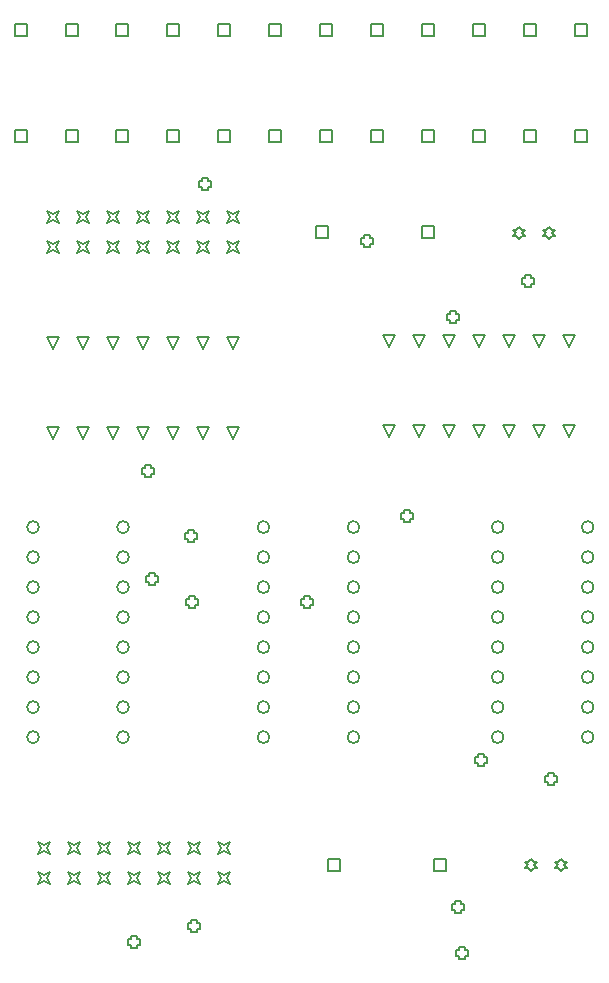
<source format=gbr>
%TF.GenerationSoftware,Altium Limited,Altium Designer,22.9.1 (49)*%
G04 Layer_Color=2752767*
%FSLAX26Y26*%
%MOIN*%
%TF.SameCoordinates,9A4C5482-B669-49D6-A5E7-2A43E7F29E9E*%
%TF.FilePolarity,Positive*%
%TF.FileFunction,Drawing*%
%TF.Part,Single*%
G01*
G75*
%TA.AperFunction,NonConductor*%
%ADD51C,0.005000*%
%ADD52C,0.006667*%
D51*
X3055000Y4322834D02*
Y4362834D01*
X3095000D01*
Y4322834D01*
X3055000D01*
Y4677166D02*
Y4717166D01*
X3095000D01*
Y4677166D01*
X3055000D01*
X2885000Y4322834D02*
Y4362834D01*
X2925000D01*
Y4322834D01*
X2885000D01*
Y4677166D02*
Y4717166D01*
X2925000D01*
Y4677166D01*
X2885000D01*
X2715000Y4322834D02*
Y4362834D01*
X2755000D01*
Y4322834D01*
X2715000D01*
Y4677166D02*
Y4717166D01*
X2755000D01*
Y4677166D01*
X2715000D01*
X2545000Y4322834D02*
Y4362834D01*
X2585000D01*
Y4322834D01*
X2545000D01*
Y4677166D02*
Y4717166D01*
X2585000D01*
Y4677166D01*
X2545000D01*
X2375000Y4322834D02*
Y4362834D01*
X2415000D01*
Y4322834D01*
X2375000D01*
Y4677166D02*
Y4717166D01*
X2415000D01*
Y4677166D01*
X2375000D01*
X2205000Y4322834D02*
Y4362834D01*
X2245000D01*
Y4322834D01*
X2205000D01*
Y4677166D02*
Y4717166D01*
X2245000D01*
Y4677166D01*
X2205000D01*
X2035000Y4322834D02*
Y4362834D01*
X2075000D01*
Y4322834D01*
X2035000D01*
Y4677166D02*
Y4717166D01*
X2075000D01*
Y4677166D01*
X2035000D01*
X1865000Y4322834D02*
Y4362834D01*
X1905000D01*
Y4322834D01*
X1865000D01*
Y4677166D02*
Y4717166D01*
X1905000D01*
Y4677166D01*
X1865000D01*
X1695000Y4322834D02*
Y4362834D01*
X1735000D01*
Y4322834D01*
X1695000D01*
Y4677166D02*
Y4717166D01*
X1735000D01*
Y4677166D01*
X1695000D01*
X1526592Y4322834D02*
Y4362834D01*
X1566592D01*
Y4322834D01*
X1526592D01*
Y4677166D02*
Y4717166D01*
X1566592D01*
Y4677166D01*
X1526592D01*
X1360740Y4322834D02*
Y4362834D01*
X1400740D01*
Y4322834D01*
X1360740D01*
Y4677166D02*
Y4717166D01*
X1400740D01*
Y4677166D01*
X1360740D01*
X1190808Y4322834D02*
Y4362834D01*
X1230808D01*
Y4322834D01*
X1190808D01*
Y4677166D02*
Y4717166D01*
X1230808D01*
Y4677166D01*
X1190808D01*
X2435000Y3340000D02*
X2415000Y3380000D01*
X2455000D01*
X2435000Y3340000D01*
X2535000D02*
X2515000Y3380000D01*
X2555000D01*
X2535000Y3340000D01*
X2635000D02*
X2615000Y3380000D01*
X2655000D01*
X2635000Y3340000D01*
X2735000D02*
X2715000Y3380000D01*
X2755000D01*
X2735000Y3340000D01*
X2835000D02*
X2815000Y3380000D01*
X2855000D01*
X2835000Y3340000D01*
X2935000D02*
X2915000Y3380000D01*
X2955000D01*
X2935000Y3340000D01*
X3035000D02*
X3015000Y3380000D01*
X3055000D01*
X3035000Y3340000D01*
X2435000Y3640000D02*
X2415000Y3680000D01*
X2455000D01*
X2435000Y3640000D01*
X2535000D02*
X2515000Y3680000D01*
X2555000D01*
X2535000Y3640000D01*
X2635000D02*
X2615000Y3680000D01*
X2655000D01*
X2635000Y3640000D01*
X2735000D02*
X2715000Y3680000D01*
X2755000D01*
X2735000Y3640000D01*
X2835000D02*
X2815000Y3680000D01*
X2855000D01*
X2835000Y3640000D01*
X2935000D02*
X2915000Y3680000D01*
X2955000D01*
X2935000Y3640000D01*
X3035000D02*
X3015000Y3680000D01*
X3055000D01*
X3035000Y3640000D01*
X3010000Y1895000D02*
X3020000Y1905000D01*
X3030000D01*
X3020000Y1915000D01*
X3030000Y1925000D01*
X3020000D01*
X3010000Y1935000D01*
X3000000Y1925000D01*
X2990000D01*
X3000000Y1915000D01*
X2990000Y1905000D01*
X3000000D01*
X3010000Y1895000D01*
X2910000D02*
X2920000Y1905000D01*
X2930000D01*
X2920000Y1915000D01*
X2930000Y1925000D01*
X2920000D01*
X2910000Y1935000D01*
X2900000Y1925000D01*
X2890000D01*
X2900000Y1915000D01*
X2890000Y1905000D01*
X2900000D01*
X2910000Y1895000D01*
X2587166D02*
Y1935000D01*
X2627166D01*
Y1895000D01*
X2587166D01*
X2232834D02*
Y1935000D01*
X2272834D01*
Y1895000D01*
X2232834D01*
X2970000Y4000000D02*
X2980000Y4010000D01*
X2990000D01*
X2980000Y4020000D01*
X2990000Y4030000D01*
X2980000D01*
X2970000Y4040000D01*
X2960000Y4030000D01*
X2950000D01*
X2960000Y4020000D01*
X2950000Y4010000D01*
X2960000D01*
X2970000Y4000000D01*
X2870000D02*
X2880000Y4010000D01*
X2890000D01*
X2880000Y4020000D01*
X2890000Y4030000D01*
X2880000D01*
X2870000Y4040000D01*
X2860000Y4030000D01*
X2850000D01*
X2860000Y4020000D01*
X2850000Y4010000D01*
X2860000D01*
X2870000Y4000000D01*
X2547166Y4005000D02*
Y4045000D01*
X2587166D01*
Y4005000D01*
X2547166D01*
X2192834D02*
Y4045000D01*
X2232834D01*
Y4005000D01*
X2192834D01*
X1595000Y4055000D02*
X1605000Y4075000D01*
X1595000Y4095000D01*
X1615000Y4085000D01*
X1635000Y4095000D01*
X1625000Y4075000D01*
X1635000Y4055000D01*
X1615000Y4065000D01*
X1595000Y4055000D01*
Y3955000D02*
X1605000Y3975000D01*
X1595000Y3995000D01*
X1615000Y3985000D01*
X1635000Y3995000D01*
X1625000Y3975000D01*
X1635000Y3955000D01*
X1615000Y3965000D01*
X1595000Y3955000D01*
X1495000Y4055000D02*
X1505000Y4075000D01*
X1495000Y4095000D01*
X1515000Y4085000D01*
X1535000Y4095000D01*
X1525000Y4075000D01*
X1535000Y4055000D01*
X1515000Y4065000D01*
X1495000Y4055000D01*
Y3955000D02*
X1505000Y3975000D01*
X1495000Y3995000D01*
X1515000Y3985000D01*
X1535000Y3995000D01*
X1525000Y3975000D01*
X1535000Y3955000D01*
X1515000Y3965000D01*
X1495000Y3955000D01*
X1295000D02*
X1305000Y3975000D01*
X1295000Y3995000D01*
X1315000Y3985000D01*
X1335000Y3995000D01*
X1325000Y3975000D01*
X1335000Y3955000D01*
X1315000Y3965000D01*
X1295000Y3955000D01*
Y4055000D02*
X1305000Y4075000D01*
X1295000Y4095000D01*
X1315000Y4085000D01*
X1335000Y4095000D01*
X1325000Y4075000D01*
X1335000Y4055000D01*
X1315000Y4065000D01*
X1295000Y4055000D01*
X1395000Y3955000D02*
X1405000Y3975000D01*
X1395000Y3995000D01*
X1415000Y3985000D01*
X1435000Y3995000D01*
X1425000Y3975000D01*
X1435000Y3955000D01*
X1415000Y3965000D01*
X1395000Y3955000D01*
Y4055000D02*
X1405000Y4075000D01*
X1395000Y4095000D01*
X1415000Y4085000D01*
X1435000Y4095000D01*
X1425000Y4075000D01*
X1435000Y4055000D01*
X1415000Y4065000D01*
X1395000Y4055000D01*
X1695000Y3955000D02*
X1705000Y3975000D01*
X1695000Y3995000D01*
X1715000Y3985000D01*
X1735000Y3995000D01*
X1725000Y3975000D01*
X1735000Y3955000D01*
X1715000Y3965000D01*
X1695000Y3955000D01*
Y4055000D02*
X1705000Y4075000D01*
X1695000Y4095000D01*
X1715000Y4085000D01*
X1735000Y4095000D01*
X1725000Y4075000D01*
X1735000Y4055000D01*
X1715000Y4065000D01*
X1695000Y4055000D01*
X1795000Y3955000D02*
X1805000Y3975000D01*
X1795000Y3995000D01*
X1815000Y3985000D01*
X1835000Y3995000D01*
X1825000Y3975000D01*
X1835000Y3955000D01*
X1815000Y3965000D01*
X1795000Y3955000D01*
X1895000D02*
X1905000Y3975000D01*
X1895000Y3995000D01*
X1915000Y3985000D01*
X1935000Y3995000D01*
X1925000Y3975000D01*
X1935000Y3955000D01*
X1915000Y3965000D01*
X1895000Y3955000D01*
X1795000Y4055000D02*
X1805000Y4075000D01*
X1795000Y4095000D01*
X1815000Y4085000D01*
X1835000Y4095000D01*
X1825000Y4075000D01*
X1835000Y4055000D01*
X1815000Y4065000D01*
X1795000Y4055000D01*
X1895000D02*
X1905000Y4075000D01*
X1895000Y4095000D01*
X1915000Y4085000D01*
X1935000Y4095000D01*
X1925000Y4075000D01*
X1935000Y4055000D01*
X1915000Y4065000D01*
X1895000Y4055000D01*
X1315000Y3335000D02*
X1295000Y3375000D01*
X1335000D01*
X1315000Y3335000D01*
X1415000D02*
X1395000Y3375000D01*
X1435000D01*
X1415000Y3335000D01*
X1515000D02*
X1495000Y3375000D01*
X1535000D01*
X1515000Y3335000D01*
X1615000D02*
X1595000Y3375000D01*
X1635000D01*
X1615000Y3335000D01*
X1715000D02*
X1695000Y3375000D01*
X1735000D01*
X1715000Y3335000D01*
X1815000D02*
X1795000Y3375000D01*
X1835000D01*
X1815000Y3335000D01*
X1915000D02*
X1895000Y3375000D01*
X1935000D01*
X1915000Y3335000D01*
X1315000Y3635000D02*
X1295000Y3675000D01*
X1335000D01*
X1315000Y3635000D01*
X1415000D02*
X1395000Y3675000D01*
X1435000D01*
X1415000Y3635000D01*
X1515000D02*
X1495000Y3675000D01*
X1535000D01*
X1515000Y3635000D01*
X1615000D02*
X1595000Y3675000D01*
X1635000D01*
X1615000Y3635000D01*
X1715000D02*
X1695000Y3675000D01*
X1735000D01*
X1715000Y3635000D01*
X1815000D02*
X1795000Y3675000D01*
X1835000D01*
X1815000Y3635000D01*
X1915000D02*
X1895000Y3675000D01*
X1935000D01*
X1915000Y3635000D01*
X1565000Y1950000D02*
X1575000Y1970000D01*
X1565000Y1990000D01*
X1585000Y1980000D01*
X1605000Y1990000D01*
X1595000Y1970000D01*
X1605000Y1950000D01*
X1585000Y1960000D01*
X1565000Y1950000D01*
Y1850000D02*
X1575000Y1870000D01*
X1565000Y1890000D01*
X1585000Y1880000D01*
X1605000Y1890000D01*
X1595000Y1870000D01*
X1605000Y1850000D01*
X1585000Y1860000D01*
X1565000Y1850000D01*
X1465000Y1950000D02*
X1475000Y1970000D01*
X1465000Y1990000D01*
X1485000Y1980000D01*
X1505000Y1990000D01*
X1495000Y1970000D01*
X1505000Y1950000D01*
X1485000Y1960000D01*
X1465000Y1950000D01*
Y1850000D02*
X1475000Y1870000D01*
X1465000Y1890000D01*
X1485000Y1880000D01*
X1505000Y1890000D01*
X1495000Y1870000D01*
X1505000Y1850000D01*
X1485000Y1860000D01*
X1465000Y1850000D01*
X1265000D02*
X1275000Y1870000D01*
X1265000Y1890000D01*
X1285000Y1880000D01*
X1305000Y1890000D01*
X1295000Y1870000D01*
X1305000Y1850000D01*
X1285000Y1860000D01*
X1265000Y1850000D01*
Y1950000D02*
X1275000Y1970000D01*
X1265000Y1990000D01*
X1285000Y1980000D01*
X1305000Y1990000D01*
X1295000Y1970000D01*
X1305000Y1950000D01*
X1285000Y1960000D01*
X1265000Y1950000D01*
X1365000Y1850000D02*
X1375000Y1870000D01*
X1365000Y1890000D01*
X1385000Y1880000D01*
X1405000Y1890000D01*
X1395000Y1870000D01*
X1405000Y1850000D01*
X1385000Y1860000D01*
X1365000Y1850000D01*
Y1950000D02*
X1375000Y1970000D01*
X1365000Y1990000D01*
X1385000Y1980000D01*
X1405000Y1990000D01*
X1395000Y1970000D01*
X1405000Y1950000D01*
X1385000Y1960000D01*
X1365000Y1950000D01*
X1665000Y1850000D02*
X1675000Y1870000D01*
X1665000Y1890000D01*
X1685000Y1880000D01*
X1705000Y1890000D01*
X1695000Y1870000D01*
X1705000Y1850000D01*
X1685000Y1860000D01*
X1665000Y1850000D01*
Y1950000D02*
X1675000Y1970000D01*
X1665000Y1990000D01*
X1685000Y1980000D01*
X1705000Y1990000D01*
X1695000Y1970000D01*
X1705000Y1950000D01*
X1685000Y1960000D01*
X1665000Y1950000D01*
X1765000Y1850000D02*
X1775000Y1870000D01*
X1765000Y1890000D01*
X1785000Y1880000D01*
X1805000Y1890000D01*
X1795000Y1870000D01*
X1805000Y1850000D01*
X1785000Y1860000D01*
X1765000Y1850000D01*
X1865000D02*
X1875000Y1870000D01*
X1865000Y1890000D01*
X1885000Y1880000D01*
X1905000Y1890000D01*
X1895000Y1870000D01*
X1905000Y1850000D01*
X1885000Y1860000D01*
X1865000Y1850000D01*
X1765000Y1950000D02*
X1775000Y1970000D01*
X1765000Y1990000D01*
X1785000Y1980000D01*
X1805000Y1990000D01*
X1795000Y1970000D01*
X1805000Y1950000D01*
X1785000Y1960000D01*
X1765000Y1950000D01*
X1865000D02*
X1875000Y1970000D01*
X1865000Y1990000D01*
X1885000Y1980000D01*
X1905000Y1990000D01*
X1895000Y1970000D01*
X1905000Y1950000D01*
X1885000Y1960000D01*
X1865000Y1950000D01*
X2965000Y2190000D02*
Y2180000D01*
X2985000D01*
Y2190000D01*
X2995000D01*
Y2210000D01*
X2985000D01*
Y2220000D01*
X2965000D01*
Y2210000D01*
X2955000D01*
Y2190000D01*
X2965000D01*
X2733000Y2255000D02*
Y2245000D01*
X2753000D01*
Y2255000D01*
X2763000D01*
Y2275000D01*
X2753000D01*
Y2285000D01*
X2733000D01*
Y2275000D01*
X2723000D01*
Y2255000D01*
X2733000D01*
X2353000Y3984000D02*
Y3974000D01*
X2373000D01*
Y3984000D01*
X2383000D01*
Y4004000D01*
X2373000D01*
Y4014000D01*
X2353000D01*
Y4004000D01*
X2343000D01*
Y3984000D01*
X2353000D01*
X1771000Y2780000D02*
Y2770000D01*
X1791000D01*
Y2780000D01*
X1801000D01*
Y2800000D01*
X1791000D01*
Y2810000D01*
X1771000D01*
Y2800000D01*
X1761000D01*
Y2780000D01*
X1771000D01*
X2890000Y3850000D02*
Y3840000D01*
X2910000D01*
Y3850000D01*
X2920000D01*
Y3870000D01*
X2910000D01*
Y3880000D01*
X2890000D01*
Y3870000D01*
X2880000D01*
Y3850000D01*
X2890000D01*
X2152000Y2780000D02*
Y2770000D01*
X2172000D01*
Y2780000D01*
X2182000D01*
Y2800000D01*
X2172000D01*
Y2810000D01*
X2152000D01*
Y2800000D01*
X2142000D01*
Y2780000D01*
X2152000D01*
X1635502Y2856502D02*
Y2846502D01*
X1655502D01*
Y2856502D01*
X1665502D01*
Y2876502D01*
X1655502D01*
Y2886502D01*
X1635502D01*
Y2876502D01*
X1625502D01*
Y2856502D01*
X1635502D01*
X2658000Y1765000D02*
Y1755000D01*
X2678000D01*
Y1765000D01*
X2688000D01*
Y1785000D01*
X2678000D01*
Y1795000D01*
X2658000D01*
Y1785000D01*
X2648000D01*
Y1765000D01*
X2658000D01*
X1775000Y1700000D02*
Y1690000D01*
X1795000D01*
Y1700000D01*
X1805000D01*
Y1720000D01*
X1795000D01*
Y1730000D01*
X1775000D01*
Y1720000D01*
X1765000D01*
Y1700000D01*
X1775000D01*
X2669000Y1611000D02*
Y1601000D01*
X2689000D01*
Y1611000D01*
X2699000D01*
Y1631000D01*
X2689000D01*
Y1641000D01*
X2669000D01*
Y1631000D01*
X2659000D01*
Y1611000D01*
X2669000D01*
X2485000Y3067000D02*
Y3057000D01*
X2505000D01*
Y3067000D01*
X2515000D01*
Y3087000D01*
X2505000D01*
Y3097000D01*
X2485000D01*
Y3087000D01*
X2475000D01*
Y3067000D01*
X2485000D01*
X1765000Y3002000D02*
Y2992000D01*
X1785000D01*
Y3002000D01*
X1795000D01*
Y3022000D01*
X1785000D01*
Y3032000D01*
X1765000D01*
Y3022000D01*
X1755000D01*
Y3002000D01*
X1765000D01*
X1624000Y3216000D02*
Y3206000D01*
X1644000D01*
Y3216000D01*
X1654000D01*
Y3236000D01*
X1644000D01*
Y3246000D01*
X1624000D01*
Y3236000D01*
X1614000D01*
Y3216000D01*
X1624000D01*
X2640000Y3730000D02*
Y3720000D01*
X2660000D01*
Y3730000D01*
X2670000D01*
Y3750000D01*
X2660000D01*
Y3760000D01*
X2640000D01*
Y3750000D01*
X2630000D01*
Y3730000D01*
X2640000D01*
X1813000Y4173000D02*
Y4163000D01*
X1833000D01*
Y4173000D01*
X1843000D01*
Y4193000D01*
X1833000D01*
Y4203000D01*
X1813000D01*
Y4193000D01*
X1803000D01*
Y4173000D01*
X1813000D01*
X1575000Y1646000D02*
Y1636000D01*
X1595000D01*
Y1646000D01*
X1605000D01*
Y1666000D01*
X1595000D01*
Y1676000D01*
X1575000D01*
Y1666000D01*
X1565000D01*
Y1646000D01*
X1575000D01*
D52*
X1570000Y2340000D02*
G03*
X1570000Y2340000I-20000J0D01*
G01*
Y2440000D02*
G03*
X1570000Y2440000I-20000J0D01*
G01*
Y2540000D02*
G03*
X1570000Y2540000I-20000J0D01*
G01*
Y2640000D02*
G03*
X1570000Y2640000I-20000J0D01*
G01*
Y2740000D02*
G03*
X1570000Y2740000I-20000J0D01*
G01*
Y2840000D02*
G03*
X1570000Y2840000I-20000J0D01*
G01*
Y2940000D02*
G03*
X1570000Y2940000I-20000J0D01*
G01*
Y3040000D02*
G03*
X1570000Y3040000I-20000J0D01*
G01*
X1270000Y2340000D02*
G03*
X1270000Y2340000I-20000J0D01*
G01*
Y2440000D02*
G03*
X1270000Y2440000I-20000J0D01*
G01*
Y2540000D02*
G03*
X1270000Y2540000I-20000J0D01*
G01*
Y2640000D02*
G03*
X1270000Y2640000I-20000J0D01*
G01*
Y2740000D02*
G03*
X1270000Y2740000I-20000J0D01*
G01*
Y2840000D02*
G03*
X1270000Y2840000I-20000J0D01*
G01*
Y2940000D02*
G03*
X1270000Y2940000I-20000J0D01*
G01*
Y3040000D02*
G03*
X1270000Y3040000I-20000J0D01*
G01*
X2338202Y2340000D02*
G03*
X2338202Y2340000I-20000J0D01*
G01*
Y2440000D02*
G03*
X2338202Y2440000I-20000J0D01*
G01*
Y2540000D02*
G03*
X2338202Y2540000I-20000J0D01*
G01*
Y2640000D02*
G03*
X2338202Y2640000I-20000J0D01*
G01*
Y2740000D02*
G03*
X2338202Y2740000I-20000J0D01*
G01*
Y2840000D02*
G03*
X2338202Y2840000I-20000J0D01*
G01*
Y2940000D02*
G03*
X2338202Y2940000I-20000J0D01*
G01*
Y3040000D02*
G03*
X2338202Y3040000I-20000J0D01*
G01*
X2038202Y2340000D02*
G03*
X2038202Y2340000I-20000J0D01*
G01*
Y2440000D02*
G03*
X2038202Y2440000I-20000J0D01*
G01*
Y2540000D02*
G03*
X2038202Y2540000I-20000J0D01*
G01*
Y2640000D02*
G03*
X2038202Y2640000I-20000J0D01*
G01*
Y2740000D02*
G03*
X2038202Y2740000I-20000J0D01*
G01*
Y2840000D02*
G03*
X2038202Y2840000I-20000J0D01*
G01*
Y2940000D02*
G03*
X2038202Y2940000I-20000J0D01*
G01*
Y3040000D02*
G03*
X2038202Y3040000I-20000J0D01*
G01*
X3118662Y2340000D02*
G03*
X3118662Y2340000I-20000J0D01*
G01*
Y2440000D02*
G03*
X3118662Y2440000I-20000J0D01*
G01*
Y2540000D02*
G03*
X3118662Y2540000I-20000J0D01*
G01*
Y2640000D02*
G03*
X3118662Y2640000I-20000J0D01*
G01*
Y2740000D02*
G03*
X3118662Y2740000I-20000J0D01*
G01*
Y2840000D02*
G03*
X3118662Y2840000I-20000J0D01*
G01*
Y2940000D02*
G03*
X3118662Y2940000I-20000J0D01*
G01*
Y3040000D02*
G03*
X3118662Y3040000I-20000J0D01*
G01*
X2818662Y2340000D02*
G03*
X2818662Y2340000I-20000J0D01*
G01*
Y2440000D02*
G03*
X2818662Y2440000I-20000J0D01*
G01*
Y2540000D02*
G03*
X2818662Y2540000I-20000J0D01*
G01*
Y2640000D02*
G03*
X2818662Y2640000I-20000J0D01*
G01*
Y2740000D02*
G03*
X2818662Y2740000I-20000J0D01*
G01*
Y2840000D02*
G03*
X2818662Y2840000I-20000J0D01*
G01*
Y2940000D02*
G03*
X2818662Y2940000I-20000J0D01*
G01*
Y3040000D02*
G03*
X2818662Y3040000I-20000J0D01*
G01*
%TF.MD5,da32538d0bfd7bb9cbe117d80c8e25f7*%
M02*

</source>
